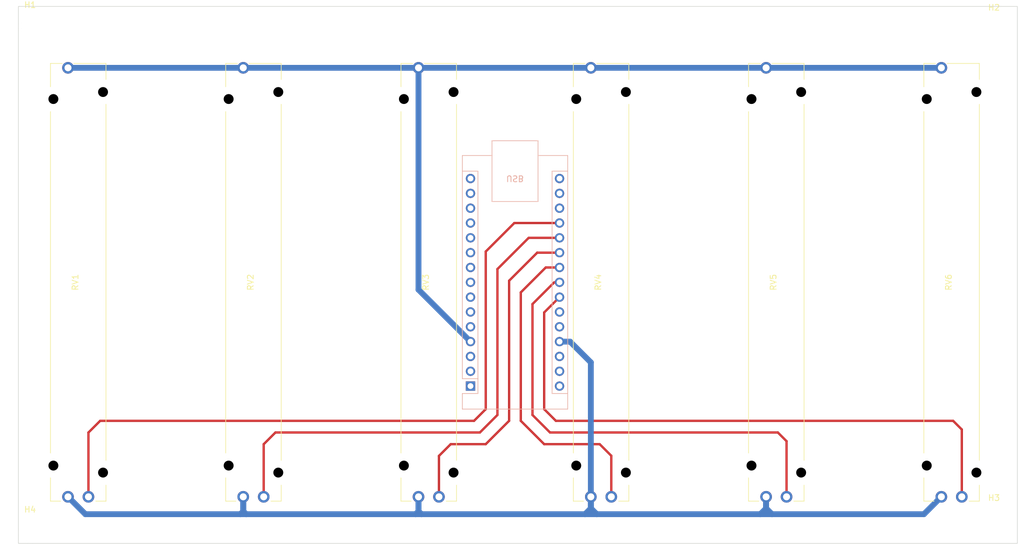
<source format=kicad_pcb>
(kicad_pcb (version 20221018) (generator pcbnew)
  (layers (0 "F.Cu" signal) (31 "B.Cu" signal) (34 "B.Paste" user) (35 "F.Paste" user) (36 "B.SilkS" user "B.Silkscreen") (37 "F.SilkS" user "F.Silkscreen") (38 "B.Mask" user) (39 "F.Mask" user) (44 "Edge.Cuts" user))
  (net 0 "")
  (net 4 "Net-(A1-GND-Pad29)")
  (net 19 "Net-(A1-A0)")
  (net 20 "Net-(A1-A1)")
  (net 21 "Net-(A1-A2)")
  (net 22 "Net-(A1-A3)")
  (net 23 "Net-(A1-SDA{slash}A4)")
  (net 24 "Net-(A1-SCL{slash}A5)")
  (net 27 "Net-(A1-+5V)")
  (footprint "deej:Adafruit 4219 Slide Potentiometer with Knob - 75mm" (layer "F.Cu") (at 88.24 93.27 90)
    (fp_text reference "RV2" (at 0 -0.5 90 unlocked) (layer "F.SilkS"))
    (fp_text value "10k")
    (fp_line (start -37.5 -4.75) (end -33.5 -4.75) (stroke (width 0.12)) (layer "F.SilkS"))
    (fp_line (start -37.5 -3) (end -37.5 -4.75) (stroke (width 0.12)) (layer "F.SilkS"))
    (fp_line (start -37.5 3) (end -37.5 4.75) (stroke (width 0.12)) (layer "F.SilkS"))
    (fp_line (start -37.5 4.75) (end -34.75 4.75) (stroke (width 0.12)) (layer "F.SilkS"))
    (fp_line (start -30.5 4.75) (end 30.5 4.75) (stroke (width 0.12)) (layer "F.SilkS"))
    (fp_line (start 29.25 -4.75) (end -29.25 -4.75) (stroke (width 0.12)) (layer "F.SilkS"))
    (fp_line (start 34.75 4.75) (end 37.5 4.75) (stroke (width 0.12)) (layer "F.SilkS"))
    (fp_line (start 37.5 -4.75) (end 33.5 -4.75) (stroke (width 0.12)) (layer "F.SilkS"))
    (fp_line (start 37.5 -2.75) (end 37.5 -4.75) (stroke (width 0.12)) (layer "F.SilkS"))
    (fp_line (start 37.5 4.75) (end 37.5 -0.75) (stroke (width 0.12)) (layer "F.SilkS"))
    (pad "" np_thru_hole circle (at -32.6 4.25 90) (size 3.7 3.7) (drill 1.7) (layers "*.Mask"))
    (pad "" np_thru_hole circle (at -31.4 -4.25 90) (size 3.7 3.7) (drill 1.7) (layers "*.Mask"))
    (pad "" np_thru_hole circle (at 31.4 -4.25 90) (size 3.7 3.7) (drill 1.7) (layers "*.Mask"))
    (pad "" np_thru_hole circle (at 32.6 4.25 90) (size 3.7 3.7) (drill 1.7) (layers "*.Mask"))
    (pad "1" thru_hole circle (at -36.75 -1.75 90) (size 2 2) (drill 1.2) (layers "*.Cu" "*.Mask") (net 27 "Net-(A1-+5V)"))
    (pad "2" thru_hole circle (at -36.75 1.75 90) (size 2 2) (drill 1.2) (layers "*.Cu" "*.Mask") (net 20 "Net-(A1-A1)"))
    (pad "3" thru_hole circle (at 36.75 -1.75 90) (size 2 2) (drill 1.2) (layers "*.Cu" "*.Mask") (net 4 "Net-(A1-GND-Pad29)"))
  )
  (footprint "deej:Adafruit 4219 Slide Potentiometer with Knob - 75mm" (layer "F.Cu") (at 147.74 93.27 90)
    (fp_text reference "RV4" (at 0 -0.5 90 unlocked) (layer "F.SilkS"))
    (fp_text value "10k")
    (fp_line (start -37.5 -4.75) (end -33.5 -4.75) (stroke (width 0.12)) (layer "F.SilkS"))
    (fp_line (start -37.5 -3) (end -37.5 -4.75) (stroke (width 0.12)) (layer "F.SilkS"))
    (fp_line (start -37.5 3) (end -37.5 4.75) (stroke (width 0.12)) (layer "F.SilkS"))
    (fp_line (start -37.5 4.75) (end -34.75 4.75) (stroke (width 0.12)) (layer "F.SilkS"))
    (fp_line (start -30.5 4.75) (end 30.5 4.75) (stroke (width 0.12)) (layer "F.SilkS"))
    (fp_line (start 29.25 -4.75) (end -29.25 -4.75) (stroke (width 0.12)) (layer "F.SilkS"))
    (fp_line (start 34.75 4.75) (end 37.5 4.75) (stroke (width 0.12)) (layer "F.SilkS"))
    (fp_line (start 37.5 -4.75) (end 33.5 -4.75) (stroke (width 0.12)) (layer "F.SilkS"))
    (fp_line (start 37.5 -2.75) (end 37.5 -4.75) (stroke (width 0.12)) (layer "F.SilkS"))
    (fp_line (start 37.5 4.75) (end 37.5 -0.75) (stroke (width 0.12)) (layer "F.SilkS"))
    (pad "" np_thru_hole circle (at -32.6 4.25 90) (size 3.7 3.7) (drill 1.7) (layers "*.Mask"))
    (pad "" np_thru_hole circle (at -31.4 -4.25 90) (size 3.7 3.7) (drill 1.7) (layers "*.Mask"))
    (pad "" np_thru_hole circle (at 31.4 -4.25 90) (size 3.7 3.7) (drill 1.7) (layers "*.Mask"))
    (pad "" np_thru_hole circle (at 32.6 4.25 90) (size 3.7 3.7) (drill 1.7) (layers "*.Mask"))
    (pad "1" thru_hole circle (at -36.75 -1.75 90) (size 2 2) (drill 1.2) (layers "*.Cu" "*.Mask") (net 27 "Net-(A1-+5V)"))
    (pad "2" thru_hole circle (at -36.75 1.75 90) (size 2 2) (drill 1.2) (layers "*.Cu" "*.Mask") (net 22 "Net-(A1-A3)"))
    (pad "3" thru_hole circle (at 36.75 -1.75 90) (size 2 2) (drill 1.2) (layers "*.Cu" "*.Mask") (net 4 "Net-(A1-GND-Pad29)"))
  )
  (footprint "MountingHole:MountingHole_3.2mm_M3_DIN965" (layer "F.Cu") (at 215 50)
    (fp_text reference "H2" (at 0 -3.8) (layer "F.SilkS"))
    (fp_text value "MountingHole")
    (pad "" np_thru_hole circle (at 0 0) (size 3.2 3.2) (drill 3.2) (layers "*.Cu" "*.Mask"))
  )
  (footprint "MountingHole:MountingHole_3.2mm_M3_DIN965" (layer "F.Cu") (at 50 49.55)
    (fp_text reference "H1" (at 0 -3.8) (layer "F.SilkS"))
    (fp_text value "MountingHole")
    (pad "" np_thru_hole circle (at 0 0) (size 3.2 3.2) (drill 3.2) (layers "*.Cu" "*.Mask"))
  )
  (footprint "deej:Adafruit 4219 Slide Potentiometer with Knob - 75mm" (layer "F.Cu") (at 207.74 93.27 90)
    (fp_text reference "RV6" (at 0 -0.5 90 unlocked) (layer "F.SilkS"))
    (fp_text value "10k")
    (fp_line (start -37.5 -4.75) (end -33.5 -4.75) (stroke (width 0.12)) (layer "F.SilkS"))
    (fp_line (start -37.5 -3) (end -37.5 -4.75) (stroke (width 0.12)) (layer "F.SilkS"))
    (fp_line (start -37.5 3) (end -37.5 4.75) (stroke (width 0.12)) (layer "F.SilkS"))
    (fp_line (start -37.5 4.75) (end -34.75 4.75) (stroke (width 0.12)) (layer "F.SilkS"))
    (fp_line (start -30.5 4.75) (end 30.5 4.75) (stroke (width 0.12)) (layer "F.SilkS"))
    (fp_line (start 29.25 -4.75) (end -29.25 -4.75) (stroke (width 0.12)) (layer "F.SilkS"))
    (fp_line (start 34.75 4.75) (end 37.5 4.75) (stroke (width 0.12)) (layer "F.SilkS"))
    (fp_line (start 37.5 -4.75) (end 33.5 -4.75) (stroke (width 0.12)) (layer "F.SilkS"))
    (fp_line (start 37.5 -2.75) (end 37.5 -4.75) (stroke (width 0.12)) (layer "F.SilkS"))
    (fp_line (start 37.5 4.75) (end 37.5 -0.75) (stroke (width 0.12)) (layer "F.SilkS"))
    (pad "" np_thru_hole circle (at -32.6 4.25 90) (size 3.7 3.7) (drill 1.7) (layers "*.Mask"))
    (pad "" np_thru_hole circle (at -31.4 -4.25 90) (size 3.7 3.7) (drill 1.7) (layers "*.Mask"))
    (pad "" np_thru_hole circle (at 31.4 -4.25 90) (size 3.7 3.7) (drill 1.7) (layers "*.Mask"))
    (pad "" np_thru_hole circle (at 32.6 4.25 90) (size 3.7 3.7) (drill 1.7) (layers "*.Mask"))
    (pad "1" thru_hole circle (at -36.75 -1.75 90) (size 2 2) (drill 1.2) (layers "*.Cu" "*.Mask") (net 27 "Net-(A1-+5V)"))
    (pad "2" thru_hole circle (at -36.75 1.75 90) (size 2 2) (drill 1.2) (layers "*.Cu" "*.Mask") (net 24 "Net-(A1-SCL{slash}A5)"))
    (pad "3" thru_hole circle (at 36.75 -1.75 90) (size 2 2) (drill 1.2) (layers "*.Cu" "*.Mask") (net 4 "Net-(A1-GND-Pad29)"))
  )
  (footprint "deej:Adafruit 4219 Slide Potentiometer with Knob - 75mm" (layer "F.Cu") (at 118.24 93.27 90)
    (fp_text reference "RV3" (at 0 -0.5 90 unlocked) (layer "F.SilkS"))
    (fp_text value "10k")
    (fp_line (start -37.5 -4.75) (end -33.5 -4.75) (stroke (width 0.12)) (layer "F.SilkS"))
    (fp_line (start -37.5 -3) (end -37.5 -4.75) (stroke (width 0.12)) (layer "F.SilkS"))
    (fp_line (start -37.5 3) (end -37.5 4.75) (stroke (width 0.12)) (layer "F.SilkS"))
    (fp_line (start -37.5 4.75) (end -34.75 4.75) (stroke (width 0.12)) (layer "F.SilkS"))
    (fp_line (start -30.5 4.75) (end 30.5 4.75) (stroke (width 0.12)) (layer "F.SilkS"))
    (fp_line (start 29.25 -4.75) (end -29.25 -4.75) (stroke (width 0.12)) (layer "F.SilkS"))
    (fp_line (start 34.75 4.75) (end 37.5 4.75) (stroke (width 0.12)) (layer "F.SilkS"))
    (fp_line (start 37.5 -4.75) (end 33.5 -4.75) (stroke (width 0.12)) (layer "F.SilkS"))
    (fp_line (start 37.5 -2.75) (end 37.5 -4.75) (stroke (width 0.12)) (layer "F.SilkS"))
    (fp_line (start 37.5 4.75) (end 37.5 -0.75) (stroke (width 0.12)) (layer "F.SilkS"))
    (pad "" np_thru_hole circle (at -32.6 4.25 90) (size 3.7 3.7) (drill 1.7) (layers "*.Mask"))
    (pad "" np_thru_hole circle (at -31.4 -4.25 90) (size 3.7 3.7) (drill 1.7) (layers "*.Mask"))
    (pad "" np_thru_hole circle (at 31.4 -4.25 90) (size 3.7 3.7) (drill 1.7) (layers "*.Mask"))
    (pad "" np_thru_hole circle (at 32.6 4.25 90) (size 3.7 3.7) (drill 1.7) (layers "*.Mask"))
    (pad "1" thru_hole circle (at -36.75 -1.75 90) (size 2 2) (drill 1.2) (layers "*.Cu" "*.Mask") (net 27 "Net-(A1-+5V)"))
    (pad "2" thru_hole circle (at -36.75 1.75 90) (size 2 2) (drill 1.2) (layers "*.Cu" "*.Mask") (net 21 "Net-(A1-A2)"))
    (pad "3" thru_hole circle (at 36.75 -1.75 90) (size 2 2) (drill 1.2) (layers "*.Cu" "*.Mask") (net 4 "Net-(A1-GND-Pad29)"))
  )
  (footprint "MountingHole:MountingHole_3.2mm_M3_DIN965" (layer "F.Cu") (at 50 136)
    (fp_text reference "H4" (at 0 -3.8) (layer "F.SilkS"))
    (fp_text value "MountingHole")
    (pad "" np_thru_hole circle (at 0 0) (size 3.2 3.2) (drill 3.2) (layers "*.Cu" "*.Mask"))
  )
  (footprint "deej:Adafruit 4219 Slide Potentiometer with Knob - 75mm" (layer "F.Cu") (at 177.74 93.27 90)
    (fp_text reference "RV5" (at 0 -0.5 90 unlocked) (layer "F.SilkS"))
    (fp_text value "10k")
    (fp_line (start -37.5 -4.75) (end -33.5 -4.75) (stroke (width 0.12)) (layer "F.SilkS"))
    (fp_line (start -37.5 -3) (end -37.5 -4.75) (stroke (width 0.12)) (layer "F.SilkS"))
    (fp_line (start -37.5 3) (end -37.5 4.75) (stroke (width 0.12)) (layer "F.SilkS"))
    (fp_line (start -37.5 4.75) (end -34.75 4.75) (stroke (width 0.12)) (layer "F.SilkS"))
    (fp_line (start -30.5 4.75) (end 30.5 4.75) (stroke (width 0.12)) (layer "F.SilkS"))
    (fp_line (start 29.25 -4.75) (end -29.25 -4.75) (stroke (width 0.12)) (layer "F.SilkS"))
    (fp_line (start 34.75 4.75) (end 37.5 4.75) (stroke (width 0.12)) (layer "F.SilkS"))
    (fp_line (start 37.5 -4.75) (end 33.5 -4.75) (stroke (width 0.12)) (layer "F.SilkS"))
    (fp_line (start 37.5 -2.75) (end 37.5 -4.75) (stroke (width 0.12)) (layer "F.SilkS"))
    (fp_line (start 37.5 4.75) (end 37.5 -0.75) (stroke (width 0.12)) (layer "F.SilkS"))
    (pad "" np_thru_hole circle (at -32.6 4.25 90) (size 3.7 3.7) (drill 1.7) (layers "*.Mask"))
    (pad "" np_thru_hole circle (at -31.4 -4.25 90) (size 3.7 3.7) (drill 1.7) (layers "*.Mask"))
    (pad "" np_thru_hole circle (at 31.4 -4.25 90) (size 3.7 3.7) (drill 1.7) (layers "*.Mask"))
    (pad "" np_thru_hole circle (at 32.6 4.25 90) (size 3.7 3.7) (drill 1.7) (layers "*.Mask"))
    (pad "1" thru_hole circle (at -36.75 -1.75 90) (size 2 2) (drill 1.2) (layers "*.Cu" "*.Mask") (net 27 "Net-(A1-+5V)"))
    (pad "2" thru_hole circle (at -36.75 1.75 90) (size 2 2) (drill 1.2) (layers "*.Cu" "*.Mask") (net 23 "Net-(A1-SDA{slash}A4)"))
    (pad "3" thru_hole circle (at 36.75 -1.75 90) (size 2 2) (drill 1.2) (layers "*.Cu" "*.Mask") (net 4 "Net-(A1-GND-Pad29)"))
  )
  (footprint "deej:Adafruit 4219 Slide Potentiometer with Knob - 75mm" (layer "F.Cu") (at 58.24 93.27 90)
    (fp_text reference "RV1" (at 0 -0.5 90 unlocked) (layer "F.SilkS"))
    (fp_text value "10k")
    (fp_line (start -37.5 -4.75) (end -33.5 -4.75) (stroke (width 0.12)) (layer "F.SilkS"))
    (fp_line (start -37.5 -3) (end -37.5 -4.75) (stroke (width 0.12)) (layer "F.SilkS"))
    (fp_line (start -37.5 3) (end -37.5 4.75) (stroke (width 0.12)) (layer "F.SilkS"))
    (fp_line (start -37.5 4.75) (end -34.75 4.75) (stroke (width 0.12)) (layer "F.SilkS"))
    (fp_line (start -30.5 4.75) (end 30.5 4.75) (stroke (width 0.12)) (layer "F.SilkS"))
    (fp_line (start 29.25 -4.75) (end -29.25 -4.75) (stroke (width 0.12)) (layer "F.SilkS"))
    (fp_line (start 34.75 4.75) (end 37.5 4.75) (stroke (width 0.12)) (layer "F.SilkS"))
    (fp_line (start 37.5 -4.75) (end 33.5 -4.75) (stroke (width 0.12)) (layer "F.SilkS"))
    (fp_line (start 37.5 -2.75) (end 37.5 -4.75) (stroke (width 0.12)) (layer "F.SilkS"))
    (fp_line (start 37.5 4.75) (end 37.5 -0.75) (stroke (width 0.12)) (layer "F.SilkS"))
    (pad "" np_thru_hole circle (at -32.6 4.25 90) (size 3.7 3.7) (drill 1.7) (layers "*.Mask"))
    (pad "" np_thru_hole circle (at -31.4 -4.25 90) (size 3.7 3.7) (drill 1.7) (layers "*.Mask"))
    (pad "" np_thru_hole circle (at 31.4 -4.25 90) (size 3.7 3.7) (drill 1.7) (layers "*.Mask"))
    (pad "" np_thru_hole circle (at 32.6 4.25 90) (size 3.7 3.7) (drill 1.7) (layers "*.Mask"))
    (pad "1" thru_hole circle (at -36.75 -1.75 90) (size 2 2) (drill 1.2) (layers "*.Cu" "*.Mask") (net 27 "Net-(A1-+5V)"))
    (pad "2" thru_hole circle (at -36.75 1.75 90) (size 2 2) (drill 1.2) (layers "*.Cu" "*.Mask") (net 19 "Net-(A1-A0)"))
    (pad "3" thru_hole circle (at 36.75 -1.75 90) (size 2 2) (drill 1.2) (layers "*.Cu" "*.Mask") (net 4 "Net-(A1-GND-Pad29)"))
  )
  (footprint "MountingHole:MountingHole_3.2mm_M3_DIN965" (layer "F.Cu") (at 215 134)
    (fp_text reference "H3" (at 0 -3.8) (layer "F.SilkS"))
    (fp_text value "MountingHole")
    (pad "" np_thru_hole circle (at 0 0) (size 3.2 3.2) (drill 3.2) (layers "*.Cu" "*.Mask"))
  )
  (footprint "Module:Arduino_Nano" (layer "B.Cu") (at 125.39 111.05)
    (fp_text reference "A1" hide)
    (fp_text value "Arduino_Nano_Every")
    (fp_text user "USB" (at 7.62 -35.56 180 unlocked) (layer "B.SilkS") (effects (justify mirror)))
    (fp_line (start -1.4 -39.5) (end 3.68 -39.5) (stroke (width 0.12)) (layer "B.SilkS"))
    (fp_line (start -1.4 -1.27) (end -1.4 -39.5) (stroke (width 0.12)) (layer "B.SilkS"))
    (fp_line (start -1.4 3.94) (end -1.4 1.27) (stroke (width 0.12)) (layer "B.SilkS"))
    (fp_line (start 1.27 -36.83) (end -1.4 -36.83) (stroke (width 0.12)) (layer "B.SilkS"))
    (fp_line (start 1.27 -1.27) (end -1.4 -1.27) (stroke (width 0.12)) (layer "B.SilkS"))
    (fp_line (start 1.27 -1.27) (end 1.27 -36.83) (stroke (width 0.12)) (layer "B.SilkS"))
    (fp_line (start 1.27 -1.27) (end 1.27 1.27) (stroke (width 0.12)) (layer "B.SilkS"))
    (fp_line (start 1.27 1.27) (end -1.4 1.27) (stroke (width 0.12)) (layer "B.SilkS"))
    (fp_line (start 3.68 -42.04) (end 3.68 -31.62) (stroke (width 0.12)) (layer "B.SilkS"))
    (fp_line (start 3.68 -31.62) (end 11.56 -31.62) (stroke (width 0.12)) (layer "B.SilkS"))
    (fp_line (start 11.56 -42.04) (end 3.68 -42.04) (stroke (width 0.12)) (layer "B.SilkS"))
    (fp_line (start 11.56 -31.62) (end 11.56 -42.04) (stroke (width 0.12)) (layer "B.SilkS"))
    (fp_line (start 13.97 -36.83) (end 16.64 -36.83) (stroke (width 0.12)) (layer "B.SilkS"))
    (fp_line (start 13.97 1.27) (end 13.97 -36.83) (stroke (width 0.12)) (layer "B.SilkS"))
    (fp_line (start 13.97 1.27) (end 16.64 1.27) (stroke (width 0.12)) (layer "B.SilkS"))
    (fp_line (start 16.64 -39.5) (end 11.56 -39.5) (stroke (width 0.12)) (layer "B.SilkS"))
    (fp_line (start 16.64 -39.5) (end 16.64 3.94) (stroke (width 0.12)) (layer "B.SilkS"))
    (fp_line (start 16.64 3.94) (end -1.4 3.94) (stroke (width 0.12)) (layer "B.SilkS"))
    (pad "1" thru_hole rect (at 0 0) (size 1.6 1.6) (drill 1) (layers "*.Cu" "*.Mask"))
    (pad "2" thru_hole oval (at 0 -2.54) (size 1.6 1.6) (drill 1) (layers "*.Cu" "*.Mask"))
    (pad "3" thru_hole oval (at 0 -5.08) (size 1.6 1.6) (drill 1) (layers "*.Cu" "*.Mask"))
    (pad "4" thru_hole oval (at 0 -7.62) (size 1.6 1.6) (drill 1) (layers "*.Cu" "*.Mask") (net 4 "Net-(A1-GND-Pad29)"))
    (pad "5" thru_hole oval (at 0 -10.16) (size 1.6 1.6) (drill 1) (layers "*.Cu" "*.Mask"))
    (pad "6" thru_hole oval (at 0 -12.7) (size 1.6 1.6) (drill 1) (layers "*.Cu" "*.Mask"))
    (pad "7" thru_hole oval (at 0 -15.24) (size 1.6 1.6) (drill 1) (layers "*.Cu" "*.Mask"))
    (pad "8" thru_hole oval (at 0 -17.78) (size 1.6 1.6) (drill 1) (layers "*.Cu" "*.Mask"))
    (pad "9" thru_hole oval (at 0 -20.32) (size 1.6 1.6) (drill 1) (layers "*.Cu" "*.Mask"))
    (pad "10" thru_hole oval (at 0 -22.86) (size 1.6 1.6) (drill 1) (layers "*.Cu" "*.Mask"))
    (pad "11" thru_hole oval (at 0 -25.4) (size 1.6 1.6) (drill 1) (layers "*.Cu" "*.Mask"))
    (pad "12" thru_hole oval (at 0 -27.94) (size 1.6 1.6) (drill 1) (layers "*.Cu" "*.Mask"))
    (pad "13" thru_hole oval (at 0 -30.48) (size 1.6 1.6) (drill 1) (layers "*.Cu" "*.Mask"))
    (pad "14" thru_hole oval (at 0 -33.02) (size 1.6 1.6) (drill 1) (layers "*.Cu" "*.Mask"))
    (pad "15" thru_hole oval (at 0 -35.56) (size 1.6 1.6) (drill 1) (layers "*.Cu" "*.Mask"))
    (pad "16" thru_hole oval (at 15.24 -35.56) (size 1.6 1.6) (drill 1) (layers "*.Cu" "*.Mask"))
    (pad "17" thru_hole oval (at 15.24 -33.02) (size 1.6 1.6) (drill 1) (layers "*.Cu" "*.Mask"))
    (pad "18" thru_hole oval (at 15.24 -30.48) (size 1.6 1.6) (drill 1) (layers "*.Cu" "*.Mask"))
    (pad "19" thru_hole oval (at 15.24 -27.94) (size 1.6 1.6) (drill 1) (layers "*.Cu" "*.Mask") (net 19 "Net-(A1-A0)"))
    (pad "20" thru_hole oval (at 15.24 -25.4) (size 1.6 1.6) (drill 1) (layers "*.Cu" "*.Mask") (net 20 "Net-(A1-A1)"))
    (pad "21" thru_hole oval (at 15.24 -22.86) (size 1.6 1.6) (drill 1) (layers "*.Cu" "*.Mask") (net 21 "Net-(A1-A2)"))
    (pad "22" thru_hole oval (at 15.24 -20.32) (size 1.6 1.6) (drill 1) (layers "*.Cu" "*.Mask") (net 22 "Net-(A1-A3)"))
    (pad "23" thru_hole oval (at 15.24 -17.78) (size 1.6 1.6) (drill 1) (layers "*.Cu" "*.Mask") (net 23 "Net-(A1-SDA{slash}A4)"))
    (pad "24" thru_hole oval (at 15.24 -15.24) (size 1.6 1.6) (drill 1) (layers "*.Cu" "*.Mask") (net 24 "Net-(A1-SCL{slash}A5)"))
    (pad "25" thru_hole oval (at 15.24 -12.7) (size 1.6 1.6) (drill 1) (layers "*.Cu" "*.Mask"))
    (pad "26" thru_hole oval (at 15.24 -10.16) (size 1.6 1.6) (drill 1) (layers "*.Cu" "*.Mask"))
    (pad "27" thru_hole oval (at 15.24 -7.62) (size 1.6 1.6) (drill 1) (layers "*.Cu" "*.Mask") (net 27 "Net-(A1-+5V)"))
    (pad "28" thru_hole oval (at 15.24 -5.08) (size 1.6 1.6) (drill 1) (layers "*.Cu" "*.Mask"))
    (pad "29" thru_hole oval (at 15.24 -2.54) (size 1.6 1.6) (drill 1) (layers "*.Cu" "*.Mask") (net 4 "Net-(A1-GND-Pad29)"))
    (pad "30" thru_hole oval (at 15.24 0) (size 1.6 1.6) (drill 1) (layers "*.Cu" "*.Mask"))
  )
  (gr_rect (start 48 46) (end 219 138) (stroke (width 0.1)) (fill none) (layer "Edge.Cuts"))
  (segment (start 125.39 103.43) (end 116.49 94.53) (width 1) (layer "B.Cu") (net 4))
  (segment (start 56.49 56.52) (end 205.99 56.52) (width 1) (layer "B.Cu") (net 4))
  (segment (start 116.49 94.53) (end 116.49 56.52) (width 1) (layer "B.Cu") (net 4))
  (segment (start 140.63 83.11) (end 132.89 83.11) (width 0.4) (layer "F.Cu") (net 19))
  (segment (start 132.89 83.11) (end 128 88) (width 0.4) (layer "F.Cu") (net 19))
  (segment (start 128 115) (end 126 117) (width 0.4) (layer "F.Cu") (net 19))
  (segment (start 59.99 119.01) (end 59.99 130.02) (width 0.4) (layer "F.Cu") (net 19))
  (segment (start 140.89 83.11) (end 141 83) (width 0.25) (layer "F.Cu") (net 19))
  (segment (start 128 88) (end 128 115) (width 0.4) (layer "F.Cu") (net 19))
  (segment (start 62 117) (end 59.99 119.01) (width 0.4) (layer "F.Cu") (net 19))
  (segment (start 140.63 83.11) (end 140.89 83.11) (width 0.25) (layer "F.Cu") (net 19))
  (segment (start 126 117) (end 62 117) (width 0.4) (layer "F.Cu") (net 19))
  (segment (start 92 119) (end 127 119) (width 0.4) (layer "F.Cu") (net 20))
  (segment (start 127 119) (end 130 116) (width 0.4) (layer "F.Cu") (net 20))
  (segment (start 89.99 130.02) (end 89.99 121.01) (width 0.4) (layer "F.Cu") (net 20))
  (segment (start 89.99 121.01) (end 92 119) (width 0.4) (layer "F.Cu") (net 20))
  (segment (start 130 91) (end 135.35 85.65) (width 0.4) (layer "F.Cu") (net 20))
  (segment (start 130 116) (end 130 91) (width 0.4) (layer "F.Cu") (net 20))
  (segment (start 135.35 85.65) (end 140.63 85.65) (width 0.4) (layer "F.Cu") (net 20))
  (segment (start 132 117) (end 128 121) (width 0.4) (layer "F.Cu") (net 21))
  (segment (start 140.63 88.19) (end 136.81 88.19) (width 0.4) (layer "F.Cu") (net 21))
  (segment (start 119.99 123.01) (end 119.99 130.02) (width 0.4) (layer "F.Cu") (net 21))
  (segment (start 128 121) (end 122 121) (width 0.4) (layer "F.Cu") (net 21))
  (segment (start 132 93) (end 132 117) (width 0.4) (layer "F.Cu") (net 21))
  (segment (start 122 121) (end 119.99 123.01) (width 0.4) (layer "F.Cu") (net 21))
  (segment (start 136.81 88.19) (end 132 93) (width 0.4) (layer "F.Cu") (net 21))
  (segment (start 134 117) (end 138 121) (width 0.4) (layer "F.Cu") (net 22))
  (segment (start 149.49 122.99) (end 149.49 130.02) (width 0.4) (layer "F.Cu") (net 22))
  (segment (start 138.27 90.73) (end 134 95) (width 0.4) (layer "F.Cu") (net 22))
  (segment (start 134 95) (end 134 117) (width 0.4) (layer "F.Cu") (net 22))
  (segment (start 140.63 90.73) (end 138.27 90.73) (width 0.4) (layer "F.Cu") (net 22))
  (segment (start 138 121) (end 147.5 121) (width 0.4) (layer "F.Cu") (net 22))
  (segment (start 147.5 121) (end 149.49 122.99) (width 0.4) (layer "F.Cu") (net 22))
  (segment (start 140.63 93.27) (end 139.73 93.27) (width 0.4) (layer "F.Cu") (net 23))
  (segment (start 139.73 93.27) (end 136 97) (width 0.4) (layer "F.Cu") (net 23))
  (segment (start 139 119) (end 178 119) (width 0.4) (layer "F.Cu") (net 23))
  (segment (start 136 116) (end 139 119) (width 0.4) (layer "F.Cu") (net 23))
  (segment (start 179.49 120.49) (end 179.49 130.02) (width 0.4) (layer "F.Cu") (net 23))
  (segment (start 136 97) (end 136 116) (width 0.4) (layer "F.Cu") (net 23))
  (segment (start 178 119) (end 179.49 120.49) (width 0.4) (layer "F.Cu") (net 23))
  (segment (start 209.49 118.49) (end 208 117) (width 0.4) (layer "F.Cu") (net 24))
  (segment (start 138 115) (end 138 98.44) (width 0.4) (layer "F.Cu") (net 24))
  (segment (start 140 117) (end 138 115) (width 0.4) (layer "F.Cu") (net 24))
  (segment (start 138 98.44) (end 140.63 95.81) (width 0.4) (layer "F.Cu") (net 24))
  (segment (start 208 117) (end 140 117) (width 0.4) (layer "F.Cu") (net 24))
  (segment (start 209.49 130.02) (end 209.49 118.49) (width 0.4) (layer "F.Cu") (net 24))
  (segment (start 145.99 131.99) (end 147 133) (width 1) (layer "B.Cu") (net 27))
  (segment (start 177 133) (end 175 133) (width 1) (layer "B.Cu") (net 27))
  (segment (start 86.49 132.51) (end 86 133) (width 1) (layer "B.Cu") (net 27))
  (segment (start 116 133) (end 87 133) (width 1) (layer "B.Cu") (net 27))
  (segment (start 116.49 132.49) (end 117 133) (width 1) (layer "B.Cu") (net 27))
  (segment (start 147 133) (end 145 133) (width 1) (layer "B.Cu") (net 27))
  (segment (start 175 133) (end 147 133) (width 1) (layer "B.Cu") (net 27))
  (segment (start 203 133) (end 177 133) (width 1) (layer "B.Cu") (net 27))
  (segment (start 175.99 132.01) (end 175 133) (width 1) (layer "B.Cu") (net 27))
  (segment (start 86.49 132.49) (end 87 133) (width 1) (layer "B.Cu") (net 27))
  (segment (start 142.43 103.43) (end 145.99 106.99) (width 1) (layer "B.Cu") (net 27))
  (segment (start 205.98 130.02) (end 203 133) (width 1) (layer "B.Cu") (net 27))
  (segment (start 145.99 130.02) (end 145.99 131.99) (width 1) (layer "B.Cu") (net 27))
  (segment (start 116.49 130.02) (end 116.49 132.51) (width 1) (layer "B.Cu") (net 27))
  (segment (start 145.99 132.01) (end 145 133) (width 1) (layer "B.Cu") (net 27))
  (segment (start 87 133) (end 86 133) (width 1) (layer "B.Cu") (net 27))
  (segment (start 59.47 133) (end 56.49 130.02) (width 1) (layer "B.Cu") (net 27))
  (segment (start 145 133) (end 117 133) (width 1) (layer "B.Cu") (net 27))
  (segment (start 145.99 106.99) (end 145.99 130.02) (width 1) (layer "B.Cu") (net 27))
  (segment (start 140.63 103.43) (end 142.43 103.43) (width 1) (layer "B.Cu") (net 27))
  (segment (start 205.99 130.02) (end 205.98 130.02) (width 1) (layer "B.Cu") (net 27))
  (segment (start 86.49 130.02) (end 86.49 132.51) (width 1) (layer "B.Cu") (net 27))
  (segment (start 86 133) (end 59.47 133) (width 1) (layer "B.Cu") (net 27))
  (segment (start 175.99 131.99) (end 177 133) (width 1) (layer "B.Cu") (net 27))
  (segment (start 116.49 132.51) (end 116 133) (width 1) (layer "B.Cu") (net 27))
  (segment (start 175.99 130.02) (end 175.99 132.01) (width 1) (layer "B.Cu") (net 27))
  (segment (start 117 133) (end 116 133) (width 1) (layer "B.Cu") (net 27))
  (segment (start 145.99 130.02) (end 145.99 132.01) (width 1) (layer "B.Cu") (net 27))
  (segment (start 175.99 130.02) (end 175.99 131.99) (width 1) (layer "B.Cu") (net 27))
  (segment (start 86.49 130.02) (end 86.49 132.49) (width 1) (layer "B.Cu") (net 27))
  (segment (start 116.49 130.02) (end 116.49 132.49) (width 1) (layer "B.Cu") (net 27))
)
</source>
